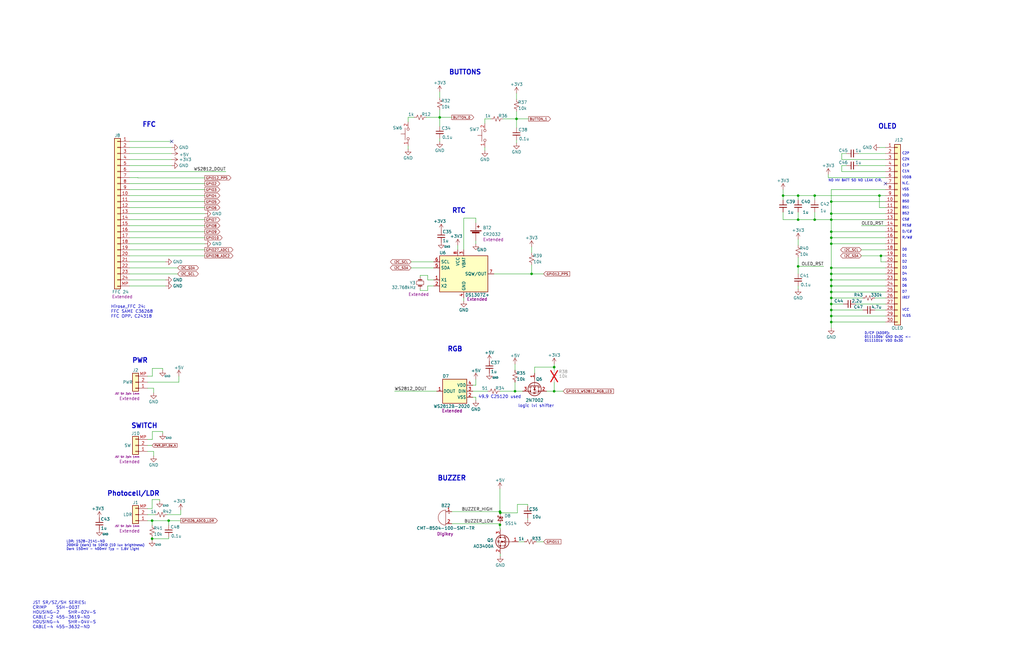
<source format=kicad_sch>
(kicad_sch (version 20250114) (generator "eeschema") (generator_version "9.0")
  (paper "USLedger")
  (title_block (title "CONNS & PERIPHERALS") (date "2025-12-21") (rev "2.0") (company "RP2040 Hummingbird Clock Module"))
  (text "VCC" (at 380.365 131.445 0) (effects (font (size 1 1)) (justify left bottom)))
  (text "BS2" (at 380.365 90.805 0) (effects (font (size 1 1)) (justify left bottom)))
  (text "PWR" (at 55.626 153.416 0) (effects (font (size 2 2) (thickness 0.4) (bold yes)) (justify left bottom)))
  (text "OLED" (at 370.205 54.61 0) (effects (font (size 2 2) (thickness 0.4) (bold yes)) (justify left bottom)))
  (text "SWITCH" (at 55.245 180.975 0) (effects (font (size 2 2) (thickness 0.4) (bold yes)) (justify left bottom)))
  (text "BUZZER\n" (at 184.404 203.073 0) (effects (font (size 2 2) (thickness 0.4) (bold yes)) (justify left bottom)))
  (text "RES#" (at 380.365 95.885 0) (effects (font (size 1 1)) (justify left bottom)))
  (text "D6" (at 380.365 121.285 0) (effects (font (size 1 1)) (justify left bottom)))
  (text "R/W#" (at 380.365 100.965 0) (effects (font (size 1 1)) (justify left bottom)))
  (text "C1N" (at 380.365 73.025 0) (effects (font (size 1 1)) (justify left bottom)))
  (text "D2" (at 380.365 111.125 0) (effects (font (size 1 1)) (justify left bottom)))
  (text "CS#" (at 380.365 93.345 0) (effects (font (size 1 1)) (justify left bottom)))
  (text "Photocell/LDR\n" (at 45.085 209.55 0) (effects (font (size 2 2) (thickness 0.4) (bold yes)) (justify left bottom)))
  (text "NO HV BATT SO NO LEAK CIR." (at 349.25 76.835 0) (effects (font (size 1 1)) (justify left bottom)))
  (text "logic lvl shifter" (at 218.44 172.085 0) (effects (font (size 1.27 1.27)) (justify left bottom)))
  (text "D0\n" (at 380.365 106.045 0) (effects (font (size 1 1)) (justify left bottom)))
  (text "BS1" (at 380.365 88.265 0) (effects (font (size 1 1)) (justify left bottom)))
  (text "FFC" (at 59.944 53.848 0) (effects (font (size 2 2) (thickness 0.4) (bold yes)) (justify left bottom)))
  (text "IREF" (at 380.365 126.365 0) (effects (font (size 1 1)) (justify left bottom)))
  (text "D4" (at 380.365 116.205 0) (effects (font (size 1 1)) (justify left bottom)))
  (text "D/CP (ADDR):\n0111100b' GND 0x3C <-\n0111101b' VDD 0x3D" (at 364.49 144.526 0) (effects (font (size 1 1)) (justify left bottom)))
  (text "D/C#" (at 380.365 98.425 0) (effects (font (size 1 1)) (justify left bottom)))
  (text "49.9 C25120 used\n" (at 201.676 168.275 0) (effects (font (size 1.27 1.27)) (justify left bottom)))
  (text "VDDB" (at 380.365 75.565 0) (effects (font (size 1 1)) (justify left bottom)))
  (text "BS0" (at 380.365 85.725 0) (effects (font (size 1 1)) (justify left bottom)))
  (text "C2N" (at 380.365 67.945 0) (effects (font (size 1 1)) (justify left bottom)))
  (text "RTC" (at 190.5 90.17 0) (effects (font (size 2 2) (thickness 0.4) (bold yes)) (justify left bottom)))
  (text "C1P\n" (at 380.365 70.485 0) (effects (font (size 1 1)) (justify left bottom)))
  (text "BUTTONS\n" (at 189.23 31.75 0) (effects (font (size 2 2) (thickness 0.4) (bold yes)) (justify left bottom)))
  (text "D7" (at 380.365 123.825 0) (effects (font (size 1 1)) (justify left bottom)))
  (text "D5\n" (at 380.365 118.745 0) (effects (font (size 1 1)) (justify left bottom)))
  (text "LDR: 1528-2141-ND\n200KΩ (dark) to 10KΩ (10 lux brightness)\nDark 150mV - 400mV Typ - 1.6V Light" (at 27.94 232.41 0) (effects (font (size 1 1)) (justify left bottom)))
  (text "D3" (at 380.365 113.665 0) (effects (font (size 1 1)) (justify left bottom)))
  (text "Hirose_FFC 24:\nFFC SAME C36268\nFFC OPP. C24318" (at 46.736 134.366 0) (effects (font (size 1.27 1.27)) (justify left bottom)))
  (text "VLSS" (at 380.365 133.985 0) (effects (font (size 1 1)) (justify left bottom)))
  (text "VSS" (at 380.365 80.645 0) (effects (font (size 1 1)) (justify left bottom)))
  (text "C2P\n" (at 380.365 65.405 0) (effects (font (size 1 1)) (justify left bottom)))
  (text "D1" (at 380.365 108.585 0) (effects (font (size 1 1)) (justify left bottom)))
  (text "JST SR/SZ/SH SERIES:\nCRIMP	SSH-003T\nHOUSING-2 	SHR-02V-S\nCABLE-2	455-3619-ND\nHOUSING-4	SHR-04V-S\nCABLE-4	455-3632-ND" (at 13.716 265.43 0) (effects (font (size 1.27 1.27)) (justify left bottom)))
  (text "N.C." (at 380.365 78.105 0) (effects (font (size 1 1)) (justify left bottom)))
  (text "RGB" (at 188.595 148.59 0) (effects (font (size 2 2) (thickness 0.4) (bold yes)) (justify left bottom)))
  (text "VDD" (at 380.365 83.185 0) (effects (font (size 1 1)) (justify left bottom)))
  (junction (at 224.155 115.57))
  (junction (at 350.52 133.35))
  (junction (at 350.52 128.27))
  (junction (at 350.52 120.65))
  (junction (at 336.55 92.71))
  (junction (at 71.12 219.71))
  (junction (at 233.68 154.94))
  (junction (at 350.52 125.73))
  (junction (at 350.52 102.87))
  (junction (at 336.55 82.55))
  (junction (at 210.947 216.408))
  (junction (at 370.84 82.55))
  (junction (at 217.17 165.1))
  (junction (at 350.52 92.71))
  (junction (at 210.82 215.9))
  (junction (at 343.535 82.55))
  (junction (at 350.52 130.81))
  (junction (at 350.52 123.19))
  (junction (at 350.52 90.17))
  (junction (at 350.52 113.03))
  (junction (at 330.2 82.55))
  (junction (at 64.135 219.71))
  (junction (at 350.52 118.11))
  (junction (at 350.52 85.09))
  (junction (at 350.52 97.79))
  (junction (at 350.52 115.57))
  (junction (at 371.475 107.95))
  (junction (at 350.52 135.89))
  (junction (at 64.135 227.33))
  (junction (at 336.55 112.395))
  (junction (at 350.52 100.33))
  (junction (at 210.82 221.488))
  (junction (at 185.42 49.53))
  (junction (at 217.805 50.165))
  (junction (at 233.68 165.1))
  (junction (at 343.535 92.71))
  (no_connect (at 72.39 59.69))
  (no_connect (at 373.38 77.47))
  (wire (pts (xy 336.55 92.71) (xy 343.535 92.71)))
  (wire (pts (xy 210.82 215.9) (xy 190.5 215.9)))
  (wire (pts (xy 330.2 82.55) (xy 336.55 82.55)))
  (wire (pts (xy 184.15 165.1) (xy 166.37 165.1)))
  (wire (pts (xy 370.84 62.23) (xy 373.38 62.23)))
  (wire (pts (xy 350.52 100.33) (xy 373.38 100.33)))
  (wire (pts (xy 54.61 100.33) (xy 86.36 100.33)))
  (wire (pts (xy 179.705 49.53) (xy 185.42 49.53)))
  (wire (pts (xy 54.61 102.87) (xy 86.36 102.87)))
  (wire (pts (xy 350.52 135.89) (xy 373.38 135.89)))
  (wire (pts (xy 54.61 107.95) (xy 86.36 107.95)))
  (wire (pts (xy 217.17 161.29) (xy 217.17 165.1)))
  (wire (pts (xy 217.805 46.99) (xy 217.805 50.165)))
  (wire (pts (xy 363.22 105.41) (xy 373.38 105.41)))
  (wire (pts (xy 350.52 123.19) (xy 373.38 123.19)))
  (wire (pts (xy 195.58 105.41) (xy 195.58 92.075)))
  (wire (pts (xy 210.947 216.408) (xy 210.82 216.408)))
  (wire (pts (xy 350.52 90.17) (xy 350.52 92.71)))
  (wire (pts (xy 336.55 82.55) (xy 336.55 84.455)))
  (wire (pts (xy 360.68 128.27) (xy 373.38 128.27)))
  (wire (pts (xy 210.947 233.68) (xy 210.947 234.696)))
  (wire (pts (xy 330.2 89.535) (xy 330.2 92.71)))
  (wire (pts (xy 204.47 52.07) (xy 204.47 50.165)))
  (wire (pts (xy 54.61 80.01) (xy 86.36 80.01)))
  (wire (pts (xy 370.84 82.55) (xy 373.38 82.55)))
  (wire (pts (xy 54.61 113.03) (xy 74.93 113.03)))
  (wire (pts (xy 350.52 120.65) (xy 373.38 120.65)))
  (wire (pts (xy 54.61 110.49) (xy 69.85 110.49)))
  (wire (pts (xy 54.61 59.69) (xy 72.39 59.69)))
  (wire (pts (xy 350.52 135.89) (xy 350.52 138.43)))
  (wire (pts (xy 54.61 74.93) (xy 58.166 74.93)))
  (wire (pts (xy 64.262 182.118) (xy 68.58 182.118)))
  (wire (pts (xy 68.58 182.118) (xy 68.58 182.88)))
  (wire (pts (xy 64.77 163.83) (xy 64.77 165.735)))
  (wire (pts (xy 373.38 87.63) (xy 370.84 87.63)))
  (wire (pts (xy 343.535 82.55) (xy 343.535 84.455)))
  (wire (pts (xy 350.52 85.09) (xy 350.52 90.17)))
  (wire (pts (xy 62.23 161.29) (xy 75.438 161.29)))
  (wire (pts (xy 210.947 223.012) (xy 210.82 223.012)))
  (wire (pts (xy 199.39 165.1) (xy 205.74 165.1)))
  (wire (pts (xy 363.22 107.95) (xy 371.475 107.95)))
  (wire (pts (xy 350.52 113.03) (xy 373.38 113.03)))
  (wire (pts (xy 54.61 95.25) (xy 86.36 95.25)))
  (wire (pts (xy 54.61 72.39) (xy 95.25 72.39)))
  (wire (pts (xy 200.66 160.02) (xy 200.66 162.56)))
  (wire (pts (xy 350.52 118.11) (xy 350.52 120.65)))
  (wire (pts (xy 220.345 165.1) (xy 217.17 165.1)))
  (wire (pts (xy 217.17 153.67) (xy 217.17 156.21)))
  (wire (pts (xy 354.965 67.31) (xy 354.965 64.77)))
  (wire (pts (xy 217.805 50.165) (xy 217.805 53.975)))
  (wire (pts (xy 172.085 62.865) (xy 172.085 61.595)))
  (wire (pts (xy 54.61 115.57) (xy 74.93 115.57)))
  (wire (pts (xy 62.23 185.42) (xy 64.262 185.42)))
  (wire (pts (xy 185.42 38.735) (xy 185.42 41.275)))
  (wire (pts (xy 64.135 214.63) (xy 64.135 210.82)))
  (wire (pts (xy 350.52 125.73) (xy 350.52 128.27)))
  (wire (pts (xy 368.935 130.81) (xy 373.38 130.81)))
  (wire (pts (xy 208.28 115.57) (xy 224.155 115.57)))
  (wire (pts (xy 350.52 125.73) (xy 363.855 125.73)))
  (wire (pts (xy 177.165 116.205) (xy 180.34 116.205)))
  (wire (pts (xy 64.135 219.71) (xy 71.12 219.71)))
  (wire (pts (xy 58.166 74.93) (xy 58.166 75.057)))
  (wire (pts (xy 64.135 226.695) (xy 64.135 227.33)))
  (wire (pts (xy 218.186 216.408) (xy 218.186 212.852)))
  (wire (pts (xy 343.535 82.55) (xy 336.55 82.55)))
  (wire (pts (xy 199.39 162.56) (xy 200.66 162.56)))
  (wire (pts (xy 371.475 110.49) (xy 373.38 110.49)))
  (wire (pts (xy 67.31 210.82) (xy 67.31 211.455)))
  (wire (pts (xy 210.82 206.248) (xy 210.82 215.9)))
  (wire (pts (xy 350.52 120.65) (xy 350.52 123.19)))
  (wire (pts (xy 350.52 97.79) (xy 350.52 100.33)))
  (wire (pts (xy 336.55 108.585) (xy 336.55 112.395)))
  (wire (pts (xy 62.23 219.71) (xy 64.135 219.71)))
  (wire (pts (xy 350.52 97.79) (xy 373.38 97.79)))
  (wire (pts (xy 64.135 219.71) (xy 64.135 221.615)))
  (wire (pts (xy 182.88 120.65) (xy 180.34 120.65)))
  (wire (pts (xy 350.52 100.33) (xy 350.52 102.87)))
  (wire (pts (xy 233.68 153.67) (xy 233.68 154.94)))
  (wire (pts (xy 336.55 89.535) (xy 336.55 92.71)))
  (wire (pts (xy 350.52 133.35) (xy 350.52 135.89)))
  (wire (pts (xy 64.262 155.448) (xy 68.58 155.448)))
  (wire (pts (xy 354.965 69.85) (xy 356.87 69.85)))
  (wire (pts (xy 210.947 216.408) (xy 218.186 216.408)))
  (wire (pts (xy 222.504 212.852) (xy 222.504 213.614)))
  (wire (pts (xy 62.23 214.63) (xy 64.135 214.63)))
  (wire (pts (xy 71.12 219.71) (xy 71.12 221.615)))
  (wire (pts (xy 343.535 89.535) (xy 343.535 92.71)))
  (wire (pts (xy 54.61 105.41) (xy 86.36 105.41)))
  (wire (pts (xy 62.23 190.5) (xy 64.77 190.5)))
  (wire (pts (xy 210.947 221.488) (xy 210.82 221.488)))
  (wire (pts (xy 343.535 82.55) (xy 370.84 82.55)))
  (wire (pts (xy 370.84 87.63) (xy 370.84 82.55)))
  (wire (pts (xy 330.2 92.71) (xy 336.55 92.71)))
  (wire (pts (xy 54.61 90.17) (xy 86.36 90.17)))
  (wire (pts (xy 336.55 112.395) (xy 347.345 112.395)))
  (wire (pts (xy 218.567 228.6) (xy 221.107 228.6)))
  (wire (pts (xy 373.38 67.31) (xy 354.965 67.31)))
  (wire (pts (xy 64.262 185.42) (xy 64.262 182.118)))
  (wire (pts (xy 350.52 130.81) (xy 363.855 130.81)))
  (wire (pts (xy 222.504 219.329) (xy 222.504 218.694)))
  (wire (pts (xy 225.425 157.48) (xy 225.425 154.94)))
  (wire (pts (xy 349.25 74.93) (xy 373.38 74.93)))
  (wire (pts (xy 330.2 80.01) (xy 330.2 82.55)))
  (wire (pts (xy 217.805 59.055) (xy 217.805 60.325)))
  (wire (pts (xy 54.61 77.47) (xy 86.36 77.47)))
  (wire (pts (xy 180.34 116.205) (xy 180.34 118.11)))
  (wire (pts (xy 217.17 165.1) (xy 210.82 165.1)))
  (wire (pts (xy 217.805 50.165) (xy 222.885 50.165)))
  (wire (pts (xy 68.58 155.448) (xy 68.58 156.21)))
  (wire (pts (xy 54.61 92.71) (xy 86.36 92.71)))
  (wire (pts (xy 225.425 154.94) (xy 233.68 154.94)))
  (wire (pts (xy 200.66 102.87) (xy 200.66 101.6)))
  (wire (pts (xy 226.187 228.6) (xy 229.235 228.6)))
  (wire (pts (xy 190.5 220.98) (xy 210.82 220.98)))
  (wire (pts (xy 75.438 161.29) (xy 75.438 158.75)))
  (wire (pts (xy 62.23 158.75) (xy 64.262 158.75)))
  (wire (pts (xy 210.947 223.012) (xy 210.947 223.52)))
  (wire (pts (xy 64.135 227.33) (xy 64.135 227.965)))
  (wire (pts (xy 177.165 116.84) (xy 177.165 116.205)))
  (wire (pts (xy 354.965 72.39) (xy 354.965 69.85)))
  (wire (pts (xy 62.23 163.83) (xy 64.77 163.83)))
  (wire (pts (xy 173.355 113.03) (xy 182.88 113.03)))
  (wire (pts (xy 350.52 115.57) (xy 350.52 118.11)))
  (wire (pts (xy 204.47 63.5) (xy 204.47 62.23)))
  (wire (pts (xy 350.52 85.09) (xy 373.38 85.09)))
  (wire (pts (xy 210.82 215.9) (xy 210.82 216.408)))
  (wire (pts (xy 76.2 215.265) (xy 76.2 217.17)))
  (wire (pts (xy 180.34 122.555) (xy 177.165 122.555)))
  (wire (pts (xy 54.61 120.65) (xy 69.85 120.65)))
  (wire (pts (xy 200.66 167.64) (xy 200.66 168.91)))
  (wire (pts (xy 199.39 167.64) (xy 200.66 167.64)))
  (wire (pts (xy 54.61 97.79) (xy 86.36 97.79)))
  (wire (pts (xy 195.58 127) (xy 195.58 125.73)))
  (wire (pts (xy 212.09 50.165) (xy 217.805 50.165)))
  (wire (pts (xy 350.52 113.03) (xy 350.52 115.57)))
  (wire (pts (xy 54.61 69.85) (xy 72.39 69.85)))
  (wire (pts (xy 177.165 122.555) (xy 177.165 121.92)))
  (wire (pts (xy 373.38 80.01) (xy 350.52 80.01)))
  (wire (pts (xy 71.12 219.71) (xy 76.2 219.71)))
  (wire (pts (xy 350.52 118.11) (xy 373.38 118.11)))
  (wire (pts (xy 64.135 227.33) (xy 71.12 227.33)))
  (wire (pts (xy 54.61 67.31) (xy 72.39 67.31)))
  (wire (pts (xy 363.22 95.25) (xy 373.38 95.25)))
  (wire (pts (xy 371.475 107.95) (xy 373.38 107.95)))
  (wire (pts (xy 54.61 64.77) (xy 72.39 64.77)))
  (wire (pts (xy 224.155 111.76) (xy 224.155 115.57)))
  (wire (pts (xy 361.95 64.77) (xy 373.38 64.77)))
  (wire (pts (xy 70.485 217.17) (xy 76.2 217.17)))
  (wire (pts (xy 233.68 165.1) (xy 230.505 165.1)))
  (wire (pts (xy 180.34 118.11) (xy 182.88 118.11)))
  (wire (pts (xy 233.68 161.29) (xy 233.68 165.1)))
  (wire (pts (xy 224.155 115.57) (xy 229.235 115.57)))
  (wire (pts (xy 368.935 125.73) (xy 373.38 125.73)))
  (wire (pts (xy 64.135 187.96) (xy 62.23 187.96)))
  (wire (pts (xy 350.52 130.81) (xy 350.52 133.35)))
  (wire (pts (xy 193.04 103.505) (xy 193.04 105.41)))
  (wire (pts (xy 350.52 128.27) (xy 350.52 130.81)))
  (wire (pts (xy 336.55 112.395) (xy 336.55 115.57)))
  (wire (pts (xy 350.52 92.71) (xy 373.38 92.71)))
  (wire (pts (xy 350.52 128.27) (xy 355.6 128.27)))
  (wire (pts (xy 350.52 92.71) (xy 350.52 97.79)))
  (wire (pts (xy 54.61 85.09) (xy 86.36 85.09)))
  (wire (pts (xy 71.12 226.695) (xy 71.12 227.33)))
  (wire (pts (xy 173.355 110.49) (xy 182.88 110.49)))
  (wire (pts (xy 180.34 120.65) (xy 180.34 122.555)))
  (wire (pts (xy 62.23 217.17) (xy 65.405 217.17)))
  (wire (pts (xy 349.25 73.66) (xy 349.25 74.93)))
  (wire (pts (xy 218.186 212.852) (xy 222.504 212.852)))
  (wire (pts (xy 64.135 210.82) (xy 67.31 210.82)))
  (wire (pts (xy 64.77 190.5) (xy 64.77 192.405)))
  (wire (pts (xy 336.55 100.965) (xy 336.55 103.505)))
  (wire (pts (xy 350.52 123.19) (xy 350.52 125.73)))
  (wire (pts (xy 64.262 158.75) (xy 64.262 155.448)))
  (wire (pts (xy 204.47 50.165) (xy 207.01 50.165)))
  (wire (pts (xy 343.535 92.71) (xy 350.52 92.71)))
  (wire (pts (xy 54.61 62.23) (xy 72.39 62.23)))
  (wire (pts (xy 185.42 49.53) (xy 185.42 53.34)))
  (wire (pts (xy 185.42 58.42) (xy 185.42 59.69)))
  (wire (pts (xy 172.085 51.435) (xy 172.085 49.53)))
  (wire (pts (xy 58.166 75.057) (xy 86.36 75.057)))
  (wire (pts (xy 350.52 115.57) (xy 373.38 115.57)))
  (wire (pts (xy 350.52 102.87) (xy 373.38 102.87)))
  (wire (pts (xy 172.085 49.53) (xy 174.625 49.53)))
  (wire (pts (xy 373.38 72.39) (xy 354.965 72.39)))
  (wire (pts (xy 54.61 82.55) (xy 86.36 82.55)))
  (wire (pts (xy 330.2 82.55) (xy 330.2 84.455)))
  (wire (pts (xy 224.155 104.14) (xy 224.155 106.68)))
  (wire (pts (xy 195.58 92.075) (xy 200.66 92.075)))
  (wire (pts (xy 233.68 154.94) (xy 233.68 156.21)))
  (wire (pts (xy 54.61 87.63) (xy 86.36 87.63)))
  (wire (pts (xy 350.52 90.17) (xy 373.38 90.17)))
  (wire (pts (xy 350.52 133.35) (xy 373.38 133.35)))
  (wire (pts (xy 361.95 69.85) (xy 373.38 69.85)))
  (wire (pts (xy 350.52 80.01) (xy 350.52 85.09)))
  (wire (pts (xy 210.82 220.98) (xy 210.82 221.488)))
  (wire (pts (xy 237.49 165.1) (xy 233.68 165.1)))
  (wire (pts (xy 185.42 49.53) (xy 190.5 49.53)))
  (wire (pts (xy 210.82 223.012) (xy 210.82 221.488)))
  (wire (pts (xy 185.42 46.355) (xy 185.42 49.53)))
  (wire (pts (xy 200.66 92.075) (xy 200.66 93.98)))
  (wire (pts (xy 350.52 102.87) (xy 350.52 113.03)))
  (wire (pts (xy 54.61 118.11) (xy 69.85 118.11)))
  (wire (pts (xy 217.805 39.37) (xy 217.805 41.91)))
  (wire (pts (xy 336.55 120.65) (xy 336.55 121.92)))
  (wire (pts (xy 354.965 64.77) (xy 356.87 64.77)))
  (wire (pts (xy 371.475 110.49) (xy 371.475 107.95)))
  (label "WS2812_DOUT" (at 166.37 165.1 0))
  (label "BUZZER_LOW" (at 208.153 220.98 180))
  (label "BUZZER_HIGH" (at 207.772 215.9 180))
  (label "OLED_RST" (at 363.22 95.25 0))
  (label "WS2812_DOUT" (at 95.25 72.39 180))
  (label "OLED_RST" (at 347.345 112.395 180))
  (global_label "GPIO13_WS2812_RGB_LED" (shape input) (at 237.49 165.1 0) (effects (font (size 1 1))) (property "Intersheetrefs" "${INTERSHEET_REFS}" (at 259.1114 165.1 0) (effects (font (size 1 1)) (justify left))))
  (global_label "I2C_SDA" (shape bidirectional) (at 363.22 107.95 180) (effects (font (size 1 1))) (property "Intersheetrefs" "${INTERSHEET_REFS}" (at 355.32 107.8875 0) (effects (font (size 1 1)) (justify right))))
  (global_label "GPIO10" (shape output) (at 86.36 100.33 0) (effects (font (size 1 1))) (property "Intersheetrefs" "${INTERSHEET_REFS}" (at 93.6886 100.2675 0) (effects (font (size 1 1)) (justify left))))
  (global_label "GPIO8" (shape output) (at 86.36 95.25 0) (effects (font (size 1 1))) (property "Intersheetrefs" "${INTERSHEET_REFS}" (at 92.7362 95.1875 0) (effects (font (size 1 1)) (justify left))))
  (global_label "GPIO11" (shape input) (at 229.235 228.6 0) (effects (font (size 1 1))) (property "Intersheetrefs" "${INTERSHEET_REFS}" (at 236.9515 228.6 0) (effects (font (size 1 1)) (justify left))))
  (global_label "I2C_SCL" (shape bidirectional) (at 74.93 115.57 0) (effects (font (size 1 1))) (property "Intersheetrefs" "${INTERSHEET_REFS}" (at 82.7824 115.6325 0) (effects (font (size 1 1)) (justify left))))
  (global_label "I2C_SDA" (shape bidirectional) (at 173.355 113.03 180) (effects (font (size 1 1))) (property "Intersheetrefs" "${INTERSHEET_REFS}" (at 165.455 112.9675 0) (effects (font (size 1 1)) (justify right))))
  (global_label "GPIO27_ADC1" (shape output) (at 86.36 105.41 0) (effects (font (size 1 1))) (property "Intersheetrefs" "${INTERSHEET_REFS}" (at 98.26 105.3475 0) (effects (font (size 1 1)) (justify left))))
  (global_label "BUTTON_1" (shape output) (at 222.885 50.165 0) (effects (font (size 1 1))) (property "Intersheetrefs" "${INTERSHEET_REFS}" (at 232.166 50.1025 0) (effects (font (size 1 1)) (justify left))))
  (global_label "GPIO7" (shape output) (at 86.36 92.71 0) (effects (font (size 1 1))) (property "Intersheetrefs" "${INTERSHEET_REFS}" (at 92.7362 92.6475 0) (effects (font (size 1 1)) (justify left))))
  (global_label "GPIO4" (shape output) (at 86.36 82.55 0) (effects (font (size 1 1))) (property "Intersheetrefs" "${INTERSHEET_REFS}" (at 92.7362 82.4875 0) (effects (font (size 1 1)) (justify left))))
  (global_label "I2C_SCL" (shape bidirectional) (at 363.22 105.41 180) (effects (font (size 1 1))) (property "Intersheetrefs" "${INTERSHEET_REFS}" (at 355.3676 105.3475 0) (effects (font (size 1 1)) (justify right))))
  (global_label "GPIO12_PPS" (shape output) (at 86.36 75.057 0) (effects (font (size 1 1))) (property "Intersheetrefs" "${INTERSHEET_REFS}" (at 97.8532 75.057 0) (effects (font (size 1 1)) (justify left))))
  (global_label "GPIO28_ADC2" (shape output) (at 86.36 107.95 0) (effects (font (size 1 1))) (property "Intersheetrefs" "${INTERSHEET_REFS}" (at 98.26 107.8875 0) (effects (font (size 1 1)) (justify left))))
  (global_label "PWR_OFF_SW_N" (shape input) (at 64.135 187.96 0) (effects (font (size 0.8 0.8))) (property "Intersheetrefs" "${INTERSHEET_REFS}" (at 74.7217 187.91 0) (effects (font (size 0.8 0.8)) (justify left))))
  (global_label "GPIO6" (shape output) (at 86.36 87.63 0) (effects (font (size 1 1))) (property "Intersheetrefs" "${INTERSHEET_REFS}" (at 92.7362 87.5675 0) (effects (font (size 1 1)) (justify left))))
  (global_label "GPIO12_PPS" (shape input) (at 229.235 115.57 0) (effects (font (size 1 1))) (property "Intersheetrefs" "${INTERSHEET_REFS}" (at 240.2779 115.5075 0) (effects (font (size 1 1)) (justify left))))
  (global_label "BUTTON_0" (shape output) (at 190.5 49.53 0) (effects (font (size 1 1))) (property "Intersheetrefs" "${INTERSHEET_REFS}" (at 199.781 49.4675 0) (effects (font (size 1 1)) (justify left))))
  (global_label "I2C_SCL" (shape bidirectional) (at 173.355 110.49 180) (effects (font (size 1 1))) (property "Intersheetrefs" "${INTERSHEET_REFS}" (at 165.5026 110.4275 0) (effects (font (size 1 1)) (justify right))))
  (global_label "GPIO5" (shape output) (at 86.36 85.09 0) (effects (font (size 1 1))) (property "Intersheetrefs" "${INTERSHEET_REFS}" (at 92.7362 85.0275 0) (effects (font (size 1 1)) (justify left))))
  (global_label "GPIO9" (shape output) (at 86.36 97.79 0) (effects (font (size 1 1))) (property "Intersheetrefs" "${INTERSHEET_REFS}" (at 92.7362 97.7275 0) (effects (font (size 1 1)) (justify left))))
  (global_label "I2C_SDA" (shape bidirectional) (at 74.93 113.03 0) (effects (font (size 1 1))) (property "Intersheetrefs" "${INTERSHEET_REFS}" (at 82.83 113.0925 0) (effects (font (size 1 1)) (justify left))))
  (global_label "GPIO26_ADC0_LDR" (shape output) (at 76.2 219.71 0) (effects (font (size 1 1))) (property "Intersheetrefs" "${INTERSHEET_REFS}" (at 91.6714 219.6475 0) (effects (font (size 1 1)) (justify left))))
  (global_label "GPIO3" (shape output) (at 86.36 80.01 0) (effects (font (size 1 1))) (property "Intersheetrefs" "${INTERSHEET_REFS}" (at 92.7362 79.9475 0) (effects (font (size 1 1)) (justify left))))
  (global_label "GPIO2" (shape output) (at 86.36 77.47 0) (effects (font (size 1 1))) (property "Intersheetrefs" "${INTERSHEET_REFS}" (at 92.7362 77.4075 0) (effects (font (size 1 1)) (justify left))))
  (symbol (lib_id "power:+3V3") (at 72.39 67.31 270) (unit 1)
    (property "Reference" "#PWR086" (effects (hide yes)))
    (property "Value" "+3V3" (at 78.105 67.31 90))
  )
  (symbol (lib_id "power:+5V") (at 206.375 152.4 0) (unit 1)
    (property "Reference" "#PWR0105" (effects (hide yes)))
    (property "Value" "+5V" (at 206.375 148.7955 0))
  )
  (symbol (lib_id "power:GND") (at 86.36 102.87 90) (mirror x) (unit 1)
    (property "Reference" "#PWR094" (effects (hide yes)))
    (property "Value" "GND" (at 91.44 102.87 90))
  )
  (symbol (lib_id "Device:R_Small_US") (at 217.805 44.45 0) (unit 1)
    (property "Reference" "R37" (at 220.345 43.18 0))
    (property "Value" "10k" (at 220.345 45.72 0))
    (property "Footprint" "Resistor_SMD:R_0402_1005Metric" (effects (hide yes)))
    (property "LCSC PN" "C25744" (effects (hide yes)))
    (property "LCSC Status" "Basic" (effects (hide yes)))
  )
  (symbol (lib_id "power:GND") (at 200.66 168.91 0) (mirror y) (unit 1)
    (property "Reference" "#PWR0101" (effects (hide yes)))
    (property "Value" "GND" (at 200.66 172.72 0))
  )
  (symbol (lib_id "power:+3V3") (at 349.25 73.66 0) (unit 1)
    (property "Reference" "#PWR0121" (effects (hide yes)))
    (property "Value" "+3V3" (at 349.25 69.85 0))
  )
  (symbol (lib_id "power:GND") (at 217.805 60.325 0) (unit 1)
    (property "Reference" "#PWR0113" (effects (hide yes)))
    (property "Value" "GND" (at 217.805 64.135 0))
  )
  (symbol (lib_id "power:GND") (at 206.375 157.48 0) (mirror y) (unit 1)
    (property "Reference" "#PWR0106" (effects (hide yes)))
    (property "Value" "GND" (at 208.915 159.385 0) (effects (font (size 0.8 0.8))))
  )
  (symbol (lib_id "power:GND") (at 350.52 138.43 0) (unit 1)
    (property "Reference" "#PWR0122" (effects (hide yes)))
    (property "Value" "GND" (at 350.52 142.24 0))
  )
  (symbol (lib_id "power:+3V3") (at 217.805 39.37 0) (mirror y) (unit 1)
    (property "Reference" "#PWR0112" (effects (hide yes)))
    (property "Value" "+3V3" (at 217.805 35.56 0))
  )
  (symbol (lib_id "Device:C_Small") (at 217.805 56.515 0) (unit 1)
    (property "Reference" "C38" (at 218.567 54.737 0) (effects (justify left)))
    (property "Value" "0.1u" (at 218.821 58.547 0) (effects (justify left)))
    (property "Footprint" "Capacitor_SMD:C_0402_1005Metric" (effects (hide yes)))
    (property "Description" "16V X7R" (effects (hide yes)))
    (property "LCSC PN" "C1525" (effects (hide yes)))
    (property "LCSC Status" "Basic" (effects (hide yes)))
  )
  (symbol (lib_id "power:GND") (at 72.39 69.85 90) (mirror x) (unit 1)
    (property "Reference" "#PWR087" (effects (hide yes)))
    (property "Value" "GND" (at 77.47 69.85 90))
  )
  (symbol (lib_id "power:GND") (at 64.135 227.965 0) (mirror y) (unit 1)
    (property "Reference" "#PWR0125" (effects (hide yes)))
    (property "Value" "GND" (at 66.675 229.87 0) (effects (font (size 0.8 0.8))))
  )
  (symbol (lib_id "power:GND") (at 186.055 102.235 0) (mirror y) (unit 1)
    (property "Reference" "#PWR0103" (effects (hide yes)))
    (property "Value" "GND" (at 188.595 104.14 0) (effects (font (size 0.8 0.8))))
  )
  (symbol (lib_name "Conn_01x02_1") (lib_id "Connector_Generic:Conn_01x02") (at 57.15 190.5 180) (unit 1)
    (property "Reference" "J10" (at 57.15 182.88 0))
    (property "Value" "SW" (at 53.848 187.96 0))
    (property "Footprint" "Connector_JST:JST_SH_SM02B-SRSS-TB_1x02-1MP_P1.00mm_Horizontal" (effects (hide yes)))
    (property "Description" "JST SH 2pin 1mm" (at 53.594 192.786 0) (effects (font (size 0.762 0.762))))
    (property "LCSC PN" "C160402" (effects (hide yes)))
    (property "LCSC Status" "Extended" (at 54.61 194.818 0))
  )
  (symbol (lib_id "Device:R_Small_US") (at 209.55 50.165 90) (unit 1)
    (property "Reference" "R36" (at 212.09 48.895 90))
    (property "Value" "1k" (at 205.74 48.895 90))
    (property "Footprint" "Resistor_SMD:R_0402_1005Metric" (effects (hide yes)))
    (property "LCSC PN" "C11702" (effects (hide yes)))
    (property "LCSC Status" "Basic" (effects (hide yes)))
  )
  (symbol (lib_id "power:GND") (at 67.31 211.455 0) (mirror y) (unit 1)
    (property "Reference" "#PWR0126" (effects (hide yes)))
    (property "Value" "GND" (at 69.85 213.36 0) (effects (font (size 0.8 0.8))))
  )
  (symbol (lib_id "Device:C_Small") (at 358.14 128.27 90) (unit 1)
    (property "Reference" "C44" (at 353.695 127 90))
    (property "Value" "2.2u" (at 361.315 127 90))
    (property "Footprint" "Capacitor_SMD:C_0402_1005Metric" (effects (hide yes)))
    (property "Description" "6.3V X5R" (effects (hide yes)))
    (property "LCSC PN" "C12530" (effects (hide yes)))
    (property "LCSC Status" "Basic" (effects (hide yes)))
  )
  (symbol (lib_id "Device:R_Small_US") (at 233.68 158.75 0) (mirror y) (unit 1) (in_bom no) (dnp yes)
    (property "Reference" "R38" (at 237.49 156.845 0))
    (property "Value" "10k" (at 237.49 158.75 0))
    (property "Footprint" "Resistor_SMD:R_0402_1005Metric" (effects (hide yes)))
    (property "LCSC PN" "C25744" (effects (hide yes)))
    (property "LCSC Status" "Basic" (effects (hide yes)))
  )
  (symbol (lib_id "power:GND") (at 72.39 62.23 90) (mirror x) (unit 1)
    (property "Reference" "#PWR084" (effects (hide yes)))
    (property "Value" "GND" (at 77.47 62.23 90))
  )
  (symbol (lib_id "power:GND") (at 68.58 182.88 0) (mirror y) (unit 1)
    (property "Reference" "#PWR0124" (effects (hide yes)))
    (property "Value" "GND" (at 71.12 184.785 0) (effects (font (size 0.8 0.8))))
  )
  (symbol (lib_id "power:+3V3") (at 41.91 218.44 0) (mirror y) (unit 1)
    (property "Reference" "#PWR0119" (effects (hide yes)))
    (property "Value" "+3V3" (at 41.275 214.63 0))
  )
  (symbol (lib_id "power:+5V") (at 72.39 64.77 270) (unit 1)
    (property "Reference" "#PWR085" (effects (hide yes)))
    (property "Value" "+5V" (at 75.565 65.249 90) (effects (justify left)))
  )
  (symbol (lib_id "power:GND") (at 86.36 90.17 90) (mirror x) (unit 1)
    (property "Reference" "#PWR093" (effects (hide yes)))
    (property "Value" "GND" (at 91.44 90.17 90))
  )
  (symbol (lib_id "Device:C_Small") (at 359.41 64.77 90) (unit 1)
    (property "Reference" "C45" (at 355.6 63.5 90))
    (property "Value" "1u" (at 361.95 63.5 90))
    (property "Footprint" "Capacitor_SMD:C_0402_1005Metric" (effects (hide yes)))
    (property "Description" "25V X5R" (effects (hide yes)))
    (property "LCSC PN" "C52923" (effects (hide yes)))
    (property "LCSC Status" "Basic" (effects (hide yes)))
  )
  (symbol (lib_id "Timer_RTC:DS1307Z+") (at 195.58 115.57 0) (unit 1)
    (property "Reference" "U6" (at 186.69 106.68 0))
    (property "Value" "DS1307Z+" (at 201.295 124.46 0))
    (property "Footprint" "Package_SO:SOIC-8_3.9x4.9mm_P1.27mm" (effects (hide yes)))
    (property "Datasheet" "https://datasheets.maximintegrated.com/en/ds/DS1307.pdf" (effects (hide yes)))
    (property "LCSC Status" "Extended" (at 201.168 126.238 0))
  )
  (symbol (lib_id "Device:C_Small") (at 185.42 55.88 0) (unit 1)
    (property "Reference" "C34" (at 186.182 54.102 0) (effects (justify left)))
    (property "Value" "0.1u" (at 186.436 57.912 0) (effects (justify left)))
    (property "Footprint" "Capacitor_SMD:C_0402_1005Metric" (effects (hide yes)))
    (property "Description" "16V X7R" (effects (hide yes)))
    (property "LCSC PN" "C1525" (effects (hide yes)))
    (property "LCSC Status" "Basic" (effects (hide yes)))
  )
  (symbol (lib_id "LED_Extra:WS2812B-2020") (at 191.77 165.1 0) (mirror y) (unit 1)
    (property "Reference" "D7" (at 187.96 158.75 0))
    (property "Value" "WS2812B-2020" (at 190.5 171.45 0))
    (property "Footprint" "stride_footprints:WS2812B-2020" (effects (hide yes)))
    (property "Datasheet" "https://www.tme.eu/Document/4a8239e52df5e0b5cc2eb96834c5d8b6/WS2812B-2020.pdf" (effects (hide yes)))
    (property "LCSC PN" "C965555" (effects (hide yes)))
    (property "LCSC Status" "Extended" (at 190.627 173.355 0))
  )
  (symbol (lib_id "Device:C_Small") (at 336.55 86.995 0) (unit 1)
    (property "Reference" "C40" (at 337.82 85.09 0) (effects (justify left)))
    (property "Value" "1u" (at 338.455 89.535 0) (effects (justify left)))
    (property "Footprint" "Capacitor_SMD:C_0402_1005Metric" (effects (hide yes)))
    (property "Description" "25V X5R" (effects (hide yes)))
    (property "LCSC PN" "C52923" (effects (hide yes)))
    (property "LCSC Status" "Basic" (effects (hide yes)))
  )
  (symbol (lib_id "Device:C_Small") (at 186.055 99.695 0) (mirror y) (unit 1)
    (property "Reference" "C35" (at 190.5 97.79 0) (effects (justify left)))
    (property "Value" "1u" (at 189.23 101.6 0) (effects (justify left)))
    (property "Footprint" "Capacitor_SMD:C_0402_1005Metric" (effects (hide yes)))
    (property "Description" "25V X5R" (effects (hide yes)))
    (property "LCSC PN" "C52923" (effects (hide yes)))
    (property "LCSC Status" "Basic" (effects (hide yes)))
  )
  (symbol (lib_id "power:GND") (at 336.55 121.92 0) (unit 1)
    (property "Reference" "#PWR0118" (effects (hide yes)))
    (property "Value" "GND" (at 336.55 125.73 0))
  )
  (symbol (lib_id "power:+5V") (at 210.82 206.248 0) (mirror y) (unit 1)
    (property "Reference" "#PWR096" (effects (hide yes)))
    (property "Value" "+5V" (at 210.82 202.6435 0))
  )
  (symbol (lib_id "stride_symbols:Buzzer_CMT-8504-100-SMT-TR") (at 187.96 218.44 0) (mirror y) (unit 1)
    (property "Reference" "BZ2" (at 187.96 213.36 0))
    (property "Value" "CMT-8504-100-SMT-TR" (at 187.96 222.885 0))
    (property "Footprint" "Buzzer_Beeper:MagneticBuzzer_CUI_CMT-8504-100-SMT" (effects (hide yes)))
    (property "Description" "BUZZER MAGNETIC 5V 8.5X8.5MM SMD" (effects (hide yes)))
    (property "LCSC Status" "Digikey" (at 187.706 225.298 0))
    (property "Vendor_PN" "102-CMT-8504-100-SMT-CT-ND" (effects (hide yes)))
  )
  (symbol (lib_id "power:GND") (at 210.947 234.696 0) (unit 1)
    (property "Reference" "#PWR097" (effects (hide yes)))
    (property "Value" "GND" (at 210.947 238.506 0))
  )
  (symbol (lib_id "Device:Battery_Cell") (at 200.66 99.06 0) (unit 1)
    (property "Reference" "BT2" (at 203.581 96.1195 0) (effects (justify left)))
    (property "Value" "CR2032" (at 203.581 98.8946 0) (effects (justify left)))
    (property "Footprint" "stride_footprints:Q&J_CR2032-BS-6-1" (effects (hide yes)))
    (property "Description" "Q&J CR2032-BS-6-1" (effects (hide yes)))
    (property "LCSC PN" "C70377" (effects (hide yes)))
    (property "LCSC Status" "Extended" (at 208.026 101.092 0))
  )
  (symbol (lib_id "power:GND") (at 64.77 192.405 0) (mirror y) (unit 1)
    (property "Reference" "#PWR0123" (effects (hide yes)))
    (property "Value" "GND" (at 64.77 196.215 0))
  )
  (symbol (lib_id "Device:C_Small") (at 41.91 220.98 0) (mirror y) (unit 1)
    (property "Reference" "C43" (at 46.355 219.075 0) (effects (justify left)))
    (property "Value" "1u" (at 45.085 222.885 0) (effects (justify left)))
    (property "Footprint" "Capacitor_SMD:C_0402_1005Metric" (effects (hide yes)))
    (property "Description" "25V X5R" (effects (hide yes)))
    (property "LCSC PN" "C52923" (effects (hide yes)))
    (property "LCSC Status" "Basic" (effects (hide yes)))
  )
  (symbol (lib_id "Switch:SW_Push") (at 204.47 57.15 90) (unit 1)
    (property "Reference" "SW7" (at 200.025 54.61 90))
    (property "Value" "TS-1187A-B-A-B" (effects (hide yes)))
    (property "Footprint" "stride_footprints:SW_SPST_TL3342_RT" (effects (hide yes)))
    (property "Description" "ftp: Not Exact" (effects (hide yes)))
    (property "LCSC PN" "C318884" (effects (hide yes)))
    (property "LCSC Status" "Basic" (effects (hide yes)))
  )
  (symbol (lib_id "Device:R_Small_US") (at 223.647 228.6 90) (unit 1)
    (property "Reference" "R33" (at 226.187 227.33 90))
    (property "Value" "1k" (at 219.837 227.33 90))
    (property "Footprint" "Resistor_SMD:R_0402_1005Metric" (effects (hide yes)))
    (property "LCSC PN" "C11702" (effects (hide yes)))
    (property "LCSC Status" "Basic" (effects (hide yes)))
  )
  (symbol (lib_id "Device:R_Small_US") (at 217.17 158.75 0) (unit 1)
    (property "Reference" "R35" (at 219.71 157.48 0))
    (property "Value" "10k" (at 219.71 160.02 0))
    (property "Footprint" "Resistor_SMD:R_0402_1005Metric" (effects (hide yes)))
    (property "LCSC PN" "C25744" (effects (hide yes)))
    (property "LCSC Status" "Basic" (effects (hide yes)))
  )
  (symbol (lib_name "Conn_01x02_1") (lib_id "Connector_Generic:Conn_01x02") (at 57.15 163.83 180) (unit 1)
    (property "Reference" "J2" (at 57.15 156.21 0))
    (property "Value" "PWR" (at 53.848 161.29 0))
    (property "Footprint" "Connector_JST:JST_SH_SM02B-SRSS-TB_1x02-1MP_P1.00mm_Horizontal" (effects (hide yes)))
    (property "Description" "JST SH 2pin 1mm" (at 53.594 166.116 0) (effects (font (size 0.762 0.762))))
    (property "LCSC PN" "C160402" (effects (hide yes)))
    (property "LCSC Status" "Extended" (at 54.61 168.148 0))
  )
  (symbol (lib_id "Device:C_Small") (at 71.12 224.155 0) (unit 1)
    (property "Reference" "C48" (at 71.882 222.377 0) (effects (justify left)))
    (property "Value" "0.1u" (at 72.136 226.187 0) (effects (justify left)))
    (property "Footprint" "Capacitor_SMD:C_0402_1005Metric" (effects (hide yes)))
    (property "Description" "16V X7R" (effects (hide yes)))
    (property "LCSC PN" "C1525" (effects (hide yes)))
    (property "LCSC Status" "Basic" (effects (hide yes)))
  )
  (symbol (lib_id "Device:R_Small_US") (at 185.42 43.815 0) (unit 1)
    (property "Reference" "R32" (at 187.96 42.545 0))
    (property "Value" "10k" (at 187.96 45.085 0))
    (property "Footprint" "Resistor_SMD:R_0402_1005Metric" (effects (hide yes)))
    (property "LCSC PN" "C25744" (effects (hide yes)))
    (property "LCSC Status" "Basic" (effects (hide yes)))
  )
  (symbol (lib_id "Device:R_Small_US") (at 224.155 109.22 0) (unit 1)
    (property "Reference" "R39" (at 226.695 107.95 0))
    (property "Value" "10k" (at 226.695 110.49 0))
    (property "Footprint" "Resistor_SMD:R_0402_1005Metric" (effects (hide yes)))
    (property "LCSC PN" "C25744" (effects (hide yes)))
    (property "LCSC Status" "Basic" (effects (hide yes)))
  )
  (symbol (lib_id "Connector_Generic:Conn_01x24") (at 49.53 87.63 0) (mirror y) (unit 1)
    (property "Reference" "J8" (at 49.53 57.15 0))
    (property "Value" "FFC 24" (at 50.8 123.19 0))
    (property "Footprint" "Connector_FFC-FPC:Hirose_FH12-24S-0.5SH_1x24-1MP_P0.50mm_Horizontal" (effects (hide yes)))
    (property "Description" "Clamshell 24 Bottom Contact Surface Mount 0.5mm SMD,P=0.5mm FFC/FPC Connectors ROHS" (effects (hide yes)))
    (property "LCSC PN" "C202112" (effects (hide yes)))
    (property "LCSC Status" "Extended" (at 51.562 125.222 0))
  )
  (symbol (lib_id "power:GND") (at 195.58 127 0) (mirror y) (unit 1)
    (property "Reference" "#PWR0108" (effects (hide yes)))
    (property "Value" "GND" (at 195.58 130.81 0))
  )
  (symbol (lib_id "power:GND") (at 370.84 62.23 270) (mirror x) (unit 1)
    (property "Reference" "#PWR0127" (effects (hide yes)))
    (property "Value" "GND" (at 365.76 62.23 90))
  )
  (symbol (lib_id "Switch:SW_Push") (at 172.085 56.515 90) (unit 1)
    (property "Reference" "SW6" (at 167.64 53.975 90))
    (property "Value" "TS-1187A-B-A-B" (effects (hide yes)))
    (property "Footprint" "stride_footprints:SW_SPST_TL3342_RT" (effects (hide yes)))
    (property "Description" "ftp: Not Exact" (effects (hide yes)))
    (property "LCSC PN" "C318884" (effects (hide yes)))
    (property "LCSC Status" "Basic" (effects (hide yes)))
  )
  (symbol (lib_id "power:+5V") (at 75.438 158.75 0) (unit 1)
    (property "Reference" "#PWR092" (effects (hide yes)))
    (property "Value" "+5V" (at 75.438 155.1455 0))
  )
  (symbol (lib_id "Device:R_Small_US") (at 336.55 106.045 0) (unit 1)
    (property "Reference" "R40" (at 339.09 104.775 0))
    (property "Value" "10k" (at 339.09 107.315 0))
    (property "Footprint" "Resistor_SMD:R_0402_1005Metric" (effects (hide yes)))
    (property "LCSC PN" "C25744" (effects (hide yes)))
    (property "LCSC Status" "Basic" (effects (hide yes)))
  )
  (symbol (lib_id "Device:R_Small_US") (at 64.135 224.155 0) (unit 1)
    (property "Reference" "R41" (at 66.675 222.885 0))
    (property "Value" "10k" (at 66.675 225.425 0))
    (property "Footprint" "Resistor_SMD:R_0402_1005Metric" (effects (hide yes)))
    (property "LCSC PN" "C25744" (effects (hide yes)))
    (property "LCSC Status" "Basic" (effects (hide yes)))
  )
  (symbol (lib_id "Device:R_Small_US") (at 208.28 165.1 90) (unit 1)
    (property "Reference" "R34" (at 210.82 163.83 90))
    (property "Value" "51" (at 204.47 163.83 90))
    (property "Footprint" "Resistor_SMD:R_0402_1005Metric" (effects (hide yes)))
    (property "LCSC PN" "C25125" (effects (hide yes)))
    (property "LCSC Status" "Basic" (effects (hide yes)))
  )
  (symbol (lib_id "Device:C_Small") (at 330.2 86.995 0) (unit 1)
    (property "Reference" "C39" (at 331.47 85.09 0) (effects (justify left)))
    (property "Value" "1u" (at 332.105 89.535 0) (effects (justify left)))
    (property "Footprint" "Capacitor_SMD:C_0402_1005Metric" (effects (hide yes)))
    (property "Description" "25V X5R" (effects (hide yes)))
    (property "LCSC PN" "C52923" (effects (hide yes)))
    (property "LCSC Status" "Basic" (effects (hide yes)))
  )
  (symbol (lib_id "power:GND") (at 200.66 102.87 0) (mirror y) (unit 1)
    (property "Reference" "#PWR0110" (effects (hide yes)))
    (property "Value" "GND" (at 203.2 105.41 0))
  )
  (symbol (lib_id "power:GND") (at 185.42 59.69 0) (unit 1)
    (property "Reference" "#PWR099" (effects (hide yes)))
    (property "Value" "GND" (at 185.42 63.5 0))
  )
  (symbol (lib_id "power:GND") (at 69.85 110.49 90) (mirror x) (unit 1)
    (property "Reference" "#PWR088" (effects (hide yes)))
    (property "Value" "GND" (at 74.93 110.49 90))
  )
  (symbol (lib_id "power:GND") (at 222.504 219.329 0) (unit 1)
    (property "Reference" "#PWR0104" (effects (hide yes)))
    (property "Value" "GND" (effects (hide yes)))
  )
  (symbol (lib_id "Device:R_Small_US") (at 366.395 125.73 90) (unit 1)
    (property "Reference" "R43" (at 361.95 124.46 90))
    (property "Value" "330k" (at 369.57 124.46 90))
    (property "Footprint" "Resistor_SMD:R_0402_1005Metric" (effects (hide yes)))
    (property "LCSC PN" "C25778" (effects (hide yes)))
    (property "LCSC Status" "Basic" (effects (hide yes)))
  )
  (symbol (lib_id "Device:R_Small_US") (at 67.945 217.17 90) (unit 1)
    (property "Reference" "R42" (at 70.485 215.9 90))
    (property "Value" "1k" (at 64.77 215.9 90))
    (property "Footprint" "Resistor_SMD:R_0402_1005Metric" (effects (hide yes)))
    (property "LCSC PN" "C11702" (effects (hide yes)))
    (property "LCSC Status" "Basic" (effects (hide yes)))
  )
  (symbol (lib_id "Connector_Generic:Conn_01x30") (at 378.46 97.79 0) (unit 1) (in_bom no)
    (property "Reference" "J12" (at 377.19 59.055 0) (effects (justify left)))
    (property "Value" "OLED" (at 375.92 138.43 0) (effects (justify left)))
    (property "Footprint" "stride_footprints:OLED-128O064D_edit_reverse_v2" (effects (hide yes)))
    (property "Description" "Shenzhen Allvision Tech N096-2864KSWEG01-H30" (effects (hide yes)))
    (property "LCSC PN" "C2890596" (effects (hide yes)))
  )
  (symbol (lib_id "power:+3V3") (at 76.2 215.265 0) (mirror y) (unit 1)
    (property "Reference" "#PWR0128" (effects (hide yes)))
    (property "Value" "+3V3" (at 75.565 211.455 0))
  )
  (symbol (lib_id "power:GND") (at 68.58 156.21 0) (mirror y) (unit 1)
    (property "Reference" "#PWR091" (effects (hide yes)))
    (property "Value" "GND" (at 70.612 158.75 0) (effects (font (size 0.8 0.8))))
  )
  (symbol (lib_id "power:+3V3") (at 185.42 38.735 0) (mirror y) (unit 1)
    (property "Reference" "#PWR098" (effects (hide yes)))
    (property "Value" "+3V3" (at 185.42 34.925 0))
  )
  (symbol (lib_id "power:+3V3") (at 336.55 100.965 0) (mirror y) (unit 1)
    (property "Reference" "#PWR0117" (effects (hide yes)))
    (property "Value" "+3V3" (at 336.55 97.155 0))
  )
  (symbol (lib_id "power:GND") (at 41.91 223.52 0) (mirror y) (unit 1)
    (property "Reference" "#PWR0120" (effects (hide yes)))
    (property "Value" "GND" (at 44.45 225.425 0) (effects (font (size 0.8 0.8))))
  )
  (symbol (lib_id "Device:C_Small") (at 222.504 216.154 0) (mirror y) (unit 1)
    (property "Reference" "C36" (at 226.949 214.884 0) (effects (justify left)))
    (property "Value" "10u" (at 228.219 218.059 0) (effects (justify left)))
    (property "Footprint" "Capacitor_SMD:C_0402_1005Metric" (effects (hide yes)))
    (property "Description" "6.3V X5R" (effects (hide yes)))
    (property "LCSC PN" "C15525" (effects (hide yes)))
    (property "LCSC Status" "Basic" (effects (hide yes)))
  )
  (symbol (lib_id "power:GND") (at 64.77 165.735 0) (mirror y) (unit 1)
    (property "Reference" "#PWR038" (effects (hide yes)))
    (property "Value" "GND" (at 64.77 169.545 0))
  )
  (symbol (lib_id "power:+3V3") (at 186.055 97.155 0) (mirror y) (unit 1)
    (property "Reference" "#PWR0102" (effects (hide yes)))
    (property "Value" "+3V3" (at 185.42 93.345 0))
  )
  (symbol (lib_id "power:+3V3") (at 224.155 104.14 0) (mirror y) (unit 1)
    (property "Reference" "#PWR0115" (effects (hide yes)))
    (property "Value" "+3V3" (at 224.155 100.33 0))
  )
  (symbol (lib_name "Conn_01x02_1") (lib_id "Connector_Generic:Conn_01x02") (at 57.15 219.71 180) (unit 1)
    (property "Reference" "J1" (at 57.15 212.09 0))
    (property "Value" "LDR" (at 53.848 217.17 0))
    (property "Footprint" "Connector_JST:JST_SH_SM02B-SRSS-TB_1x02-1MP_P1.00mm_Horizontal" (effects (hide yes)))
    (property "Description" "JST SH 2pin 1mm" (at 53.594 221.996 0) (effects (font (size 0.762 0.762))))
    (property "LCSC PN" "C160402" (effects (hide yes)))
    (property "LCSC Status" "Extended" (at 54.61 224.028 0))
  )
  (symbol (lib_id "power:+3V3") (at 193.04 103.505 0) (mirror y) (unit 1)
    (property "Reference" "#PWR0107" (effects (hide yes)))
    (property "Value" "+3V3" (at 192.405 99.695 0))
  )
  (symbol (lib_id "power:+5V") (at 217.17 153.67 0) (unit 1)
    (property "Reference" "#PWR0109" (effects (hide yes)))
    (property "Value" "+5V" (at 217.17 150.0655 0))
  )
  (symbol (lib_id "Transistor_FET:AO3400A") (at 213.487 228.6 0) (mirror y) (unit 1)
    (property "Reference" "Q5" (at 208.153 227.965 0) (effects (justify left)))
    (property "Value" "AO3400A" (at 208.153 230.505 0) (effects (justify left)))
    (property "Footprint" "Package_TO_SOT_SMD:SOT-23" (effects (hide yes)))
    (property "Datasheet" "http://www.aosmd.com/pdfs/datasheet/AO3400A.pdf" (effects (hide yes)))
    (property "LCSC PN" "C20917" (effects (hide yes)))
    (property "LCSC Status" "Basic" (effects (hide yes)))
  )
  (symbol (lib_id "power:+3V3") (at 233.68 153.67 0) (mirror y) (unit 1)
    (property "Reference" "#PWR0114" (effects (hide yes)))
    (property "Value" "+3V3" (at 233.68 149.86 0))
  )
  (symbol (lib_id "power:GND") (at 172.085 62.865 0) (unit 1)
    (property "Reference" "#PWR095" (effects (hide yes)))
    (property "Value" "GND" (at 172.085 66.675 0))
  )
  (symbol (lib_id "Device:C_Small") (at 359.41 69.85 90) (unit 1)
    (property "Reference" "C46" (at 355.6 68.58 90))
    (property "Value" "1u" (at 361.95 68.58 90))
    (property "Footprint" "Capacitor_SMD:C_0402_1005Metric" (effects (hide yes)))
    (property "Description" "25V X5R" (effects (hide yes)))
    (property "LCSC PN" "C52923" (effects (hide yes)))
    (property "LCSC Status" "Basic" (effects (hide yes)))
  )
  (symbol (lib_id "power:GND") (at 69.85 120.65 90) (mirror x) (unit 1)
    (property "Reference" "#PWR090" (effects (hide yes)))
    (property "Value" "GND" (at 74.93 120.65 90))
  )
  (symbol (lib_id "Device:Crystal_Small") (at 177.165 119.38 90) (unit 1)
    (property "Reference" "Y3" (at 172.72 119.38 90) (effects (justify right)))
    (property "Value" "32.768kHz" (at 165.1 121.285 90) (effects (justify right)))
    (property "Footprint" "Crystal:Crystal_SMD_3215-2Pin_3.2x1.5mm" (effects (hide yes)))
    (property "Description" "32.768kHz 6pF 70kΩ ±20ppm" (effects (hide yes)))
    (property "LCSC PN" "C95361" (effects (hide yes)))
    (property "LCSC Status" "Extended" (at 176.53 124.206 90))
  )
  (symbol (lib_id "Device:D_Schottky_Small") (at 210.947 218.948 90) (mirror x) (unit 1)
    (property "Reference" "D8" (at 215.392 217.678 90) (effects (justify left)))
    (property "Value" "SS14" (at 217.932 220.853 90) (effects (justify left)))
    (property "Footprint" "Diode_SMD:D_SMA" (effects (hide yes)))
    (property "LCSC PN" "C2480" (effects (hide yes)))
    (property "LCSC Status" "Extended" (effects (hide yes)))
  )
  (symbol (lib_id "Transistor_FET:2N7002") (at 225.425 162.56 90) (mirror x) (unit 1)
    (property "Reference" "Q6" (at 227.33 160.02 90))
    (property "Value" "2N7002" (at 225.425 168.91 90))
    (property "Footprint" "Package_TO_SOT_SMD:SOT-23" (effects (hide yes)))
    (property "Datasheet" "https://www.onsemi.com/pub/Collateral/NDS7002A-D.PDF" (effects (hide yes)))
    (property "LCSC PN" "C8545" (effects (hide yes)))
    (property "LCSC Status" "Basic" (effects (hide yes)))
  )
  (symbol (lib_id "Device:C_Small") (at 206.375 154.94 0) (mirror y) (unit 1)
    (property "Reference" "C37" (at 210.82 153.035 0) (effects (justify left)))
    (property "Value" "1u" (at 209.55 156.845 0) (effects (justify left)))
    (property "Footprint" "Capacitor_SMD:C_0402_1005Metric" (effects (hide yes)))
    (property "Description" "25V X5R" (effects (hide yes)))
    (property "LCSC PN" "C52923" (effects (hide yes)))
    (property "LCSC Status" "Basic" (effects (hide yes)))
  )
  (symbol (lib_id "power:GND") (at 204.47 63.5 0) (unit 1)
    (property "Reference" "#PWR0111" (effects (hide yes)))
    (property "Value" "GND" (at 204.47 67.31 0))
  )
  (symbol (lib_id "power:+3V3") (at 330.2 80.01 0) (unit 1)
    (property "Reference" "#PWR0116" (effects (hide yes)))
    (property "Value" "+3V3" (at 330.2 76.2 0))
  )
  (symbol (lib_id "Device:R_Small_US") (at 177.165 49.53 90) (unit 1)
    (property "Reference" "R12" (at 179.705 48.26 90))
    (property "Value" "1k" (at 173.355 48.26 90))
    (property "Footprint" "Resistor_SMD:R_0402_1005Metric" (effects (hide yes)))
    (property "LCSC PN" "C11702" (effects (hide yes)))
    (property "LCSC Status" "Basic" (effects (hide yes)))
  )
  (symbol (lib_id "Device:C_Small") (at 366.395 130.81 90) (unit 1)
    (property "Reference" "C47" (at 361.95 129.54 90))
    (property "Value" "4.7u" (at 369.57 129.54 90))
    (property "Footprint" "Capacitor_SMD:C_0402_1005Metric" (effects (hide yes)))
    (property "Description" "10V X5R" (effects (hide yes)))
    (property "LCSC PN" "C23733" (effects (hide yes)))
    (property "LCSC Status" "Basic" (effects (hide yes)))
  )
  (symbol (lib_id "Device:C_Small") (at 343.535 86.995 0) (unit 1)
    (property "Reference" "C42" (at 345.8591 86.0928 0) (effects (justify left)))
    (property "Value" "1u" (at 345.8591 88.8679 0) (effects (justify left)))
    (property "Footprint" "Capacitor_SMD:C_0402_1005Metric" (effects (hide yes)))
    (property "Description" "25V X5R" (effects (hide yes)))
    (property "LCSC PN" "C52923" (effects (hide yes)))
    (property "LCSC Status" "Basic" (effects (hide yes)))
  )
  (symbol (lib_id "power:GND") (at 69.85 118.11 90) (mirror x) (unit 1)
    (property "Reference" "#PWR089" (effects (hide yes)))
    (property "Value" "GND" (at 74.93 118.11 90))
  )
  (symbol (lib_id "power:+5V") (at 200.66 160.02 0) (unit 1)
    (property "Reference" "#PWR0100" (effects (hide yes)))
    (property "Value" "+5V" (at 200.66 156.4155 0))
  )
  (symbol (lib_id "Device:C_Small") (at 336.55 118.11 0) (unit 1)
    (property "Reference" "C41" (at 337.312 116.332 0) (effects (justify left)))
    (property "Value" "0.1u" (at 337.566 120.142 0) (effects (justify left)))
    (property "Footprint" "Capacitor_SMD:C_0402_1005Metric" (effects (hide yes)))
    (property "Description" "16V X7R" (effects (hide yes)))
    (property "LCSC PN" "C1525" (effects (hide yes)))
    (property "LCSC Status" "Basic" (effects (hide yes)))
  )
)
</source>
